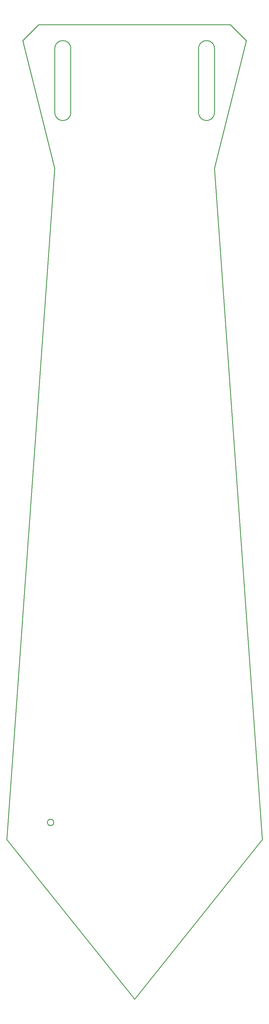
<source format=gbr>
G04 EAGLE Gerber RS-274X export*
G75*
%MOMM*%
%FSLAX34Y34*%
%LPD*%
%IN*%
%IPPOS*%
%AMOC8*
5,1,8,0,0,1.08239X$1,22.5*%
G01*
%ADD10C,0.254000*%


D10*
X-400000Y-2500000D02*
X0Y-3000000D01*
X400000Y-2500000D01*
X250000Y-400000D01*
X350000Y0D01*
X300000Y50000D01*
X-300000Y50000D01*
X-350000Y0D01*
X-250000Y-400000D01*
X-400000Y-2500000D01*
X200000Y-224600D02*
X200095Y-226779D01*
X200380Y-228941D01*
X200852Y-231070D01*
X201508Y-233151D01*
X202342Y-235165D01*
X203349Y-237100D01*
X204521Y-238939D01*
X205849Y-240670D01*
X207322Y-242278D01*
X208930Y-243751D01*
X210661Y-245079D01*
X212500Y-246251D01*
X214435Y-247258D01*
X216450Y-248092D01*
X218530Y-248748D01*
X220659Y-249220D01*
X222821Y-249505D01*
X225000Y-249600D01*
X227179Y-249505D01*
X229341Y-249220D01*
X231470Y-248748D01*
X233551Y-248092D01*
X235565Y-247258D01*
X237500Y-246251D01*
X239339Y-245079D01*
X241070Y-243751D01*
X242678Y-242278D01*
X244151Y-240670D01*
X245479Y-238939D01*
X246651Y-237100D01*
X247658Y-235165D01*
X248492Y-233151D01*
X249148Y-231070D01*
X249620Y-228941D01*
X249905Y-226779D01*
X250000Y-224600D01*
X250000Y-24600D01*
X249905Y-22421D01*
X249620Y-20259D01*
X249148Y-18130D01*
X248492Y-16050D01*
X247658Y-14035D01*
X246651Y-12100D01*
X245479Y-10261D01*
X244151Y-8530D01*
X242678Y-6922D01*
X241070Y-5449D01*
X239339Y-4121D01*
X237500Y-2949D01*
X235565Y-1942D01*
X233551Y-1108D01*
X231470Y-452D01*
X229341Y20D01*
X227179Y305D01*
X225000Y400D01*
X222821Y305D01*
X220659Y20D01*
X218530Y-452D01*
X216450Y-1108D01*
X214435Y-1942D01*
X212500Y-2949D01*
X210661Y-4121D01*
X208930Y-5449D01*
X207322Y-6922D01*
X205849Y-8530D01*
X204521Y-10261D01*
X203349Y-12100D01*
X202342Y-14035D01*
X201508Y-16050D01*
X200852Y-18130D01*
X200380Y-20259D01*
X200095Y-22421D01*
X200000Y-24600D01*
X200000Y-224600D01*
X-250000Y-224600D02*
X-249905Y-226779D01*
X-249620Y-228941D01*
X-249148Y-231070D01*
X-248492Y-233151D01*
X-247658Y-235165D01*
X-246651Y-237100D01*
X-245479Y-238939D01*
X-244151Y-240670D01*
X-242678Y-242278D01*
X-241070Y-243751D01*
X-239339Y-245079D01*
X-237500Y-246251D01*
X-235565Y-247258D01*
X-233551Y-248092D01*
X-231470Y-248748D01*
X-229341Y-249220D01*
X-227179Y-249505D01*
X-225000Y-249600D01*
X-222821Y-249505D01*
X-220659Y-249220D01*
X-218530Y-248748D01*
X-216450Y-248092D01*
X-214435Y-247258D01*
X-212500Y-246251D01*
X-210661Y-245079D01*
X-208930Y-243751D01*
X-207322Y-242278D01*
X-205849Y-240670D01*
X-204521Y-238939D01*
X-203349Y-237100D01*
X-202342Y-235165D01*
X-201508Y-233151D01*
X-200852Y-231070D01*
X-200380Y-228941D01*
X-200095Y-226779D01*
X-200000Y-224600D01*
X-200000Y-24600D01*
X-200095Y-22421D01*
X-200380Y-20259D01*
X-200852Y-18130D01*
X-201508Y-16050D01*
X-202342Y-14035D01*
X-203349Y-12100D01*
X-204521Y-10261D01*
X-205849Y-8530D01*
X-207322Y-6922D01*
X-208930Y-5449D01*
X-210661Y-4121D01*
X-212500Y-2949D01*
X-214435Y-1942D01*
X-216450Y-1108D01*
X-218530Y-452D01*
X-220659Y20D01*
X-222821Y305D01*
X-225000Y400D01*
X-227179Y305D01*
X-229341Y20D01*
X-231470Y-452D01*
X-233551Y-1108D01*
X-235565Y-1942D01*
X-237500Y-2949D01*
X-239339Y-4121D01*
X-241070Y-5449D01*
X-242678Y-6922D01*
X-244151Y-8530D01*
X-245479Y-10261D01*
X-246651Y-12100D01*
X-247658Y-14035D01*
X-248492Y-16050D01*
X-249148Y-18130D01*
X-249620Y-20259D01*
X-249905Y-22421D01*
X-250000Y-24600D01*
X-250000Y-224600D01*
X-253398Y-2445969D02*
X-253474Y-2445100D01*
X-253626Y-2444240D01*
X-253852Y-2443396D01*
X-254150Y-2442576D01*
X-254519Y-2441784D01*
X-254956Y-2441028D01*
X-255457Y-2440313D01*
X-256018Y-2439644D01*
X-256636Y-2439026D01*
X-257305Y-2438465D01*
X-258020Y-2437964D01*
X-258776Y-2437527D01*
X-259568Y-2437158D01*
X-260388Y-2436860D01*
X-261232Y-2436634D01*
X-262092Y-2436482D01*
X-262961Y-2436406D01*
X-263835Y-2436406D01*
X-264705Y-2436482D01*
X-265564Y-2436634D01*
X-266408Y-2436860D01*
X-267228Y-2437158D01*
X-268020Y-2437527D01*
X-268776Y-2437964D01*
X-269491Y-2438465D01*
X-270160Y-2439026D01*
X-270778Y-2439644D01*
X-271339Y-2440313D01*
X-271840Y-2441028D01*
X-272277Y-2441784D01*
X-272646Y-2442576D01*
X-272944Y-2443396D01*
X-273170Y-2444240D01*
X-273322Y-2445100D01*
X-273398Y-2445969D01*
X-273398Y-2446843D01*
X-273322Y-2447713D01*
X-273170Y-2448572D01*
X-272944Y-2449416D01*
X-272646Y-2450236D01*
X-272277Y-2451028D01*
X-271840Y-2451784D01*
X-271339Y-2452499D01*
X-270778Y-2453168D01*
X-270160Y-2453786D01*
X-269491Y-2454347D01*
X-268776Y-2454848D01*
X-268020Y-2455285D01*
X-267228Y-2455654D01*
X-266408Y-2455952D01*
X-265564Y-2456178D01*
X-264705Y-2456330D01*
X-263835Y-2456406D01*
X-262961Y-2456406D01*
X-262092Y-2456330D01*
X-261232Y-2456178D01*
X-260388Y-2455952D01*
X-259568Y-2455654D01*
X-258776Y-2455285D01*
X-258020Y-2454848D01*
X-257305Y-2454347D01*
X-256636Y-2453786D01*
X-256018Y-2453168D01*
X-255457Y-2452499D01*
X-254956Y-2451784D01*
X-254519Y-2451028D01*
X-254150Y-2450236D01*
X-253852Y-2449416D01*
X-253626Y-2448572D01*
X-253474Y-2447713D01*
X-253398Y-2446843D01*
X-253398Y-2445969D01*
M02*

</source>
